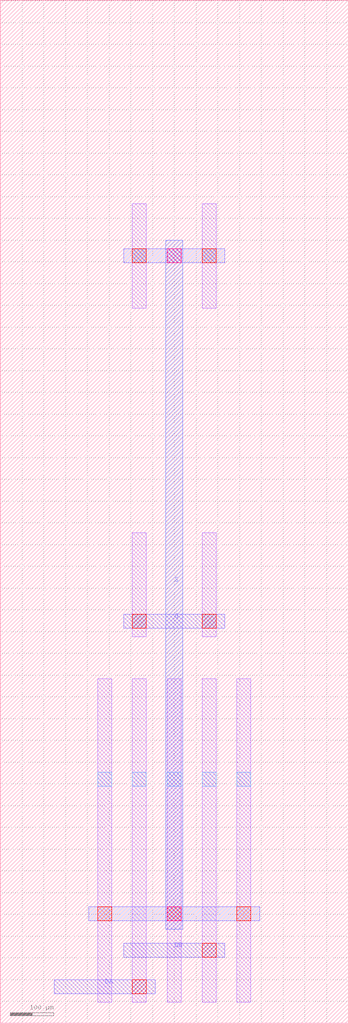
<source format=lef>
MACRO CMC_NMOS_60337765_X1_Y1
  UNITS 
    DATABASE MICRONS UNITS 1000;
  END UNITS 
  ORIGIN 0 0 ;
  FOREIGN CMC_NMOS_60337765_X1_Y1 0 0 ;
  SIZE 800 BY 2352 ;
  PIN DA
    DIRECTION INOUT ;
    USE SIGNAL ;
    PORT
      LAYER M2 ;
        RECT 124 68 356 100 ;
    END
  END DA
  PIN DB
    DIRECTION INOUT ;
    USE SIGNAL ;
    PORT
      LAYER M2 ;
        RECT 284 152 516 184 ;
    END
  END DB
  PIN G
    DIRECTION INOUT ;
    USE SIGNAL ;
    PORT
      LAYER M2 ;
        RECT 284 908 516 940 ;
    END
  END G
  PIN S
    DIRECTION INOUT ;
    USE SIGNAL ;
    PORT
      LAYER M3 ;
        RECT 380 216 420 1800 ;
    END
  END S
  OBS
    LAYER M1 ;
      RECT 304 48 336 792 ;
    LAYER M1 ;
      RECT 304 888 336 1128 ;
    LAYER M1 ;
      RECT 304 1644 336 1884 ;
    LAYER M1 ;
      RECT 224 48 256 792 ;
    LAYER M1 ;
      RECT 384 48 416 792 ;
    LAYER M1 ;
      RECT 464 48 496 792 ;
    LAYER M1 ;
      RECT 464 888 496 1128 ;
    LAYER M1 ;
      RECT 464 1644 496 1884 ;
    LAYER M1 ;
      RECT 544 48 576 792 ;
    LAYER M2 ;
      RECT 284 1748 516 1780 ;
    LAYER M2 ;
      RECT 204 236 596 268 ;
    LAYER V1 ;
      RECT 304 68 336 100 ;
    LAYER V1 ;
      RECT 304 908 336 940 ;
    LAYER V1 ;
      RECT 304 1748 336 1780 ;
    LAYER V1 ;
      RECT 464 152 496 184 ;
    LAYER V1 ;
      RECT 464 908 496 940 ;
    LAYER V1 ;
      RECT 464 1748 496 1780 ;
    LAYER V1 ;
      RECT 224 236 256 268 ;
    LAYER V1 ;
      RECT 384 236 416 268 ;
    LAYER V1 ;
      RECT 544 236 576 268 ;
    LAYER V2 ;
      RECT 384 236 416 268 ;
    LAYER V2 ;
      RECT 384 1748 416 1780 ;
    LAYER V0 ;
      RECT 304 545 336 577 ;
    LAYER V0 ;
      RECT 304 908 336 940 ;
    LAYER V0 ;
      RECT 304 1748 336 1780 ;
    LAYER V0 ;
      RECT 224 545 256 577 ;
    LAYER V0 ;
      RECT 384 545 416 577 ;
    LAYER V0 ;
      RECT 384 545 416 577 ;
    LAYER V0 ;
      RECT 464 545 496 577 ;
    LAYER V0 ;
      RECT 464 908 496 940 ;
    LAYER V0 ;
      RECT 464 1748 496 1780 ;
    LAYER V0 ;
      RECT 544 545 576 577 ;
  END
END CMC_NMOS_60337765_X1_Y1

</source>
